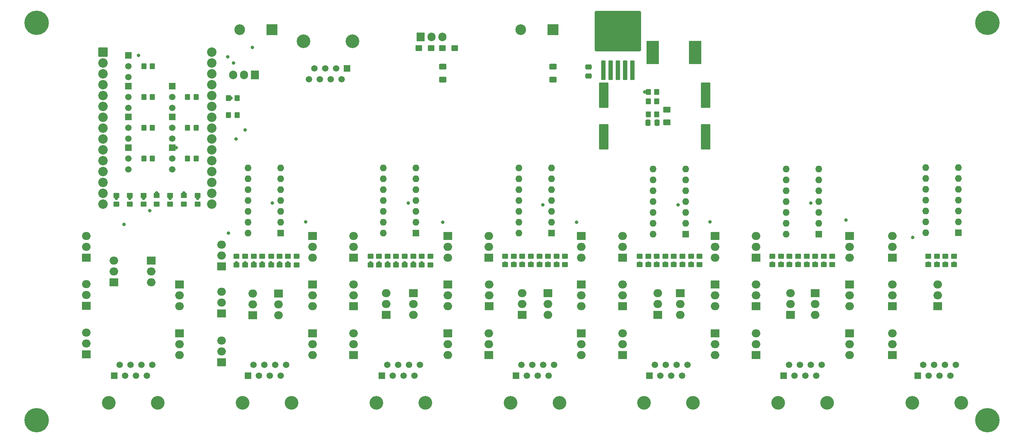
<source format=gts>
G04 #@! TF.GenerationSoftware,KiCad,Pcbnew,8.0.1*
G04 #@! TF.CreationDate,2024-05-23T13:26:50+02:00*
G04 #@! TF.ProjectId,ShrackThingy,53687261-636b-4546-9869-6e67792e6b69,rev?*
G04 #@! TF.SameCoordinates,Original*
G04 #@! TF.FileFunction,Soldermask,Top*
G04 #@! TF.FilePolarity,Negative*
%FSLAX46Y46*%
G04 Gerber Fmt 4.6, Leading zero omitted, Abs format (unit mm)*
G04 Created by KiCad (PCBNEW 8.0.1) date 2024-05-23 13:26:50*
%MOMM*%
%LPD*%
G01*
G04 APERTURE LIST*
G04 Aperture macros list*
%AMRoundRect*
0 Rectangle with rounded corners*
0 $1 Rounding radius*
0 $2 $3 $4 $5 $6 $7 $8 $9 X,Y pos of 4 corners*
0 Add a 4 corners polygon primitive as box body*
4,1,4,$2,$3,$4,$5,$6,$7,$8,$9,$2,$3,0*
0 Add four circle primitives for the rounded corners*
1,1,$1+$1,$2,$3*
1,1,$1+$1,$4,$5*
1,1,$1+$1,$6,$7*
1,1,$1+$1,$8,$9*
0 Add four rect primitives between the rounded corners*
20,1,$1+$1,$2,$3,$4,$5,0*
20,1,$1+$1,$4,$5,$6,$7,0*
20,1,$1+$1,$6,$7,$8,$9,0*
20,1,$1+$1,$8,$9,$2,$3,0*%
G04 Aperture macros list end*
%ADD10RoundRect,0.102000X-1.000000X2.850000X-1.000000X-2.850000X1.000000X-2.850000X1.000000X2.850000X0*%
%ADD11RoundRect,0.102000X1.000000X-2.850000X1.000000X2.850000X-1.000000X2.850000X-1.000000X-2.850000X0*%
%ADD12R,2.000000X1.905000*%
%ADD13O,2.000000X1.905000*%
%ADD14RoundRect,0.250000X0.450000X-0.350000X0.450000X0.350000X-0.450000X0.350000X-0.450000X-0.350000X0*%
%ADD15R,1.500000X1.500000*%
%ADD16C,1.500000*%
%ADD17R,1.600000X1.600000*%
%ADD18O,1.600000X1.600000*%
%ADD19RoundRect,0.250000X-0.475000X0.337500X-0.475000X-0.337500X0.475000X-0.337500X0.475000X0.337500X0*%
%ADD20RoundRect,0.250000X-0.537500X-0.425000X0.537500X-0.425000X0.537500X0.425000X-0.537500X0.425000X0*%
%ADD21C,3.200000*%
%ADD22R,2.500000X2.500000*%
%ADD23C,2.500000*%
%ADD24RoundRect,0.250000X-0.450000X0.350000X-0.450000X-0.350000X0.450000X-0.350000X0.450000X0.350000X0*%
%ADD25RoundRect,0.250000X0.350000X0.450000X-0.350000X0.450000X-0.350000X-0.450000X0.350000X-0.450000X0*%
%ADD26C,5.700000*%
%ADD27RoundRect,0.250000X0.537500X0.425000X-0.537500X0.425000X-0.537500X-0.425000X0.537500X-0.425000X0*%
%ADD28RoundRect,0.250000X-0.350000X-0.450000X0.350000X-0.450000X0.350000X0.450000X-0.350000X0.450000X0*%
%ADD29RoundRect,0.250000X0.337500X0.475000X-0.337500X0.475000X-0.337500X-0.475000X0.337500X-0.475000X0*%
%ADD30RoundRect,0.250000X0.300000X-2.050000X0.300000X2.050000X-0.300000X2.050000X-0.300000X-2.050000X0*%
%ADD31RoundRect,0.250002X5.149998X-4.449998X5.149998X4.449998X-5.149998X4.449998X-5.149998X-4.449998X0*%
%ADD32RoundRect,0.250000X-0.625000X0.400000X-0.625000X-0.400000X0.625000X-0.400000X0.625000X0.400000X0*%
%ADD33R,1.905000X2.000000*%
%ADD34O,1.905000X2.000000*%
%ADD35RoundRect,0.102000X-1.000000X-1.000000X1.000000X-1.000000X1.000000X1.000000X-1.000000X1.000000X0*%
%ADD36C,2.204000*%
%ADD37RoundRect,0.250000X0.625000X-0.400000X0.625000X0.400000X-0.625000X0.400000X-0.625000X-0.400000X0*%
%ADD38RoundRect,0.250001X-0.624999X0.462499X-0.624999X-0.462499X0.624999X-0.462499X0.624999X0.462499X0*%
%ADD39R,2.900000X5.400000*%
%ADD40C,0.800000*%
G04 APERTURE END LIST*
D10*
X291200000Y-148550000D03*
D11*
X291200000Y-158250000D03*
D12*
X358655000Y-186540000D03*
D13*
X358655000Y-184000000D03*
X358655000Y-181460000D03*
D12*
X286000000Y-181460000D03*
D13*
X286000000Y-184000000D03*
X286000000Y-186540000D03*
D12*
X272200000Y-199940000D03*
D13*
X272200000Y-197400000D03*
X272200000Y-194860000D03*
D14*
X272200000Y-188200000D03*
X272200000Y-186200000D03*
D15*
X180240000Y-146460000D03*
D16*
X180240000Y-149000000D03*
X180240000Y-151540000D03*
D14*
X276200000Y-188200000D03*
X276200000Y-186200000D03*
D12*
X232800000Y-186540000D03*
D13*
X232800000Y-184000000D03*
X232800000Y-181460000D03*
D12*
X264455000Y-197940000D03*
D13*
X264455000Y-195400000D03*
X264455000Y-192860000D03*
D17*
X341400000Y-181025000D03*
D18*
X341400000Y-178485000D03*
X341400000Y-175945000D03*
X341400000Y-173405000D03*
X341400000Y-170865000D03*
X341400000Y-168325000D03*
X341400000Y-165785000D03*
X333780000Y-165785000D03*
X333780000Y-168325000D03*
X333780000Y-170865000D03*
X333780000Y-173405000D03*
X333780000Y-175945000D03*
X333780000Y-178485000D03*
X333780000Y-181025000D03*
D14*
X313600000Y-188200000D03*
X313600000Y-186200000D03*
D12*
X317200000Y-181460000D03*
D13*
X317200000Y-184000000D03*
X317200000Y-186540000D03*
D14*
X369000000Y-188200000D03*
X369000000Y-186200000D03*
D17*
X279000000Y-180825000D03*
D18*
X279000000Y-178285000D03*
X279000000Y-175745000D03*
X279000000Y-173205000D03*
X279000000Y-170665000D03*
X279000000Y-168125000D03*
X279000000Y-165585000D03*
X271380000Y-165585000D03*
X271380000Y-168125000D03*
X271380000Y-170665000D03*
X271380000Y-173205000D03*
X271380000Y-175745000D03*
X271380000Y-178285000D03*
X271380000Y-180825000D03*
D12*
X192200000Y-192860000D03*
D13*
X192200000Y-195400000D03*
X192200000Y-197940000D03*
D14*
X240750000Y-188250000D03*
X240750000Y-186250000D03*
D12*
X295600000Y-209340000D03*
D13*
X295600000Y-206800000D03*
X295600000Y-204260000D03*
D19*
X287700000Y-141962500D03*
X287700000Y-144037500D03*
D14*
X342600000Y-188200000D03*
X342600000Y-186200000D03*
D12*
X286000000Y-192860000D03*
D13*
X286000000Y-195400000D03*
X286000000Y-197940000D03*
D14*
X236750000Y-188250000D03*
X236750000Y-186250000D03*
D20*
X253562500Y-137545000D03*
X256437500Y-137545000D03*
D14*
X371000000Y-188200000D03*
X371000000Y-186200000D03*
D12*
X185600000Y-187260000D03*
D13*
X185600000Y-189800000D03*
X185600000Y-192340000D03*
D21*
X363250000Y-220500000D03*
X374680000Y-220500000D03*
D15*
X364520000Y-214150000D03*
D16*
X365790000Y-211610000D03*
X367060000Y-214150000D03*
X368330000Y-211610000D03*
X369600000Y-214150000D03*
X370870000Y-211610000D03*
X372140000Y-214150000D03*
X373410000Y-211610000D03*
D12*
X240400000Y-199940000D03*
D13*
X240400000Y-197400000D03*
X240400000Y-194860000D03*
D22*
X279350000Y-133245000D03*
D23*
X271850000Y-133245000D03*
D24*
X193200000Y-172000000D03*
X193200000Y-174000000D03*
D12*
X232800000Y-197940000D03*
D13*
X232800000Y-195400000D03*
X232800000Y-192860000D03*
D25*
X303600000Y-153000000D03*
X301600000Y-153000000D03*
D17*
X247400000Y-180825000D03*
D18*
X247400000Y-178285000D03*
X247400000Y-175745000D03*
X247400000Y-173205000D03*
X247400000Y-170665000D03*
X247400000Y-168125000D03*
X247400000Y-165585000D03*
X239780000Y-165585000D03*
X239780000Y-168125000D03*
X239780000Y-170665000D03*
X239780000Y-173205000D03*
X239780000Y-175745000D03*
X239780000Y-178285000D03*
X239780000Y-180825000D03*
D14*
X305600000Y-188200000D03*
X305600000Y-186200000D03*
D26*
X380800000Y-224600000D03*
D25*
X185840000Y-163400000D03*
X183840000Y-163400000D03*
D14*
X336600000Y-188200000D03*
X336600000Y-186200000D03*
D12*
X223200000Y-192860000D03*
D13*
X223200000Y-195400000D03*
X223200000Y-197940000D03*
D12*
X223250000Y-181460000D03*
D13*
X223250000Y-184000000D03*
X223250000Y-186540000D03*
D12*
X295600000Y-197940000D03*
D13*
X295600000Y-195400000D03*
X295600000Y-192860000D03*
D14*
X303600000Y-188200000D03*
X303600000Y-186200000D03*
D12*
X278200000Y-194860000D03*
D13*
X278200000Y-197400000D03*
X278200000Y-199940000D03*
D14*
X244750000Y-188250000D03*
X244750000Y-186250000D03*
D26*
X380800000Y-131600000D03*
D15*
X190440000Y-146460000D03*
D16*
X190440000Y-149000000D03*
X190440000Y-151540000D03*
D27*
X250940000Y-137545000D03*
X248065000Y-137545000D03*
D28*
X203600000Y-149200000D03*
X205600000Y-149200000D03*
D12*
X254800000Y-192860000D03*
D13*
X254800000Y-195400000D03*
X254800000Y-197940000D03*
D14*
X309600000Y-188200000D03*
X309600000Y-186200000D03*
D22*
X213750000Y-133245000D03*
D23*
X206250000Y-133245000D03*
D29*
X303637500Y-155000000D03*
X301562500Y-155000000D03*
D14*
X307600000Y-188200000D03*
X307600000Y-186200000D03*
X248750000Y-188250000D03*
X248750000Y-186250000D03*
D24*
X190000000Y-172000000D03*
X190000000Y-174000000D03*
D12*
X317200000Y-192860000D03*
D13*
X317200000Y-195400000D03*
X317200000Y-197940000D03*
D12*
X170400000Y-197800000D03*
D13*
X170400000Y-195260000D03*
X170400000Y-192720000D03*
D14*
X238750000Y-188250000D03*
X238750000Y-186250000D03*
D25*
X303600000Y-147800000D03*
X301600000Y-147800000D03*
D24*
X183800000Y-172000000D03*
X183800000Y-174000000D03*
D12*
X326800000Y-209340000D03*
D13*
X326800000Y-206800000D03*
X326800000Y-204260000D03*
D25*
X196040000Y-149000000D03*
X194040000Y-149000000D03*
D14*
X280200000Y-188200000D03*
X280200000Y-186200000D03*
D15*
X190440000Y-153660000D03*
D16*
X190440000Y-156200000D03*
X190440000Y-158740000D03*
D26*
X158800000Y-224600000D03*
D12*
X358600000Y-197940000D03*
D13*
X358600000Y-195400000D03*
X358600000Y-192860000D03*
D24*
X196400000Y-172000000D03*
X196400000Y-174000000D03*
D17*
X374000000Y-180700000D03*
D18*
X374000000Y-178160000D03*
X374000000Y-175620000D03*
X374000000Y-173080000D03*
X374000000Y-170540000D03*
X374000000Y-168000000D03*
X374000000Y-165460000D03*
X366380000Y-165460000D03*
X366380000Y-168000000D03*
X366380000Y-170540000D03*
X366380000Y-173080000D03*
X366380000Y-175620000D03*
X366380000Y-178160000D03*
X366380000Y-180700000D03*
D14*
X330600000Y-188200000D03*
X330600000Y-186200000D03*
D21*
X269447500Y-220500000D03*
X280877500Y-220500000D03*
D15*
X270717500Y-214150000D03*
D16*
X271987500Y-211610000D03*
X273257500Y-214150000D03*
X274527500Y-211610000D03*
X275797500Y-214150000D03*
X277067500Y-211610000D03*
X278337500Y-214150000D03*
X279607500Y-211610000D03*
D12*
X340600000Y-194860000D03*
D13*
X340600000Y-197400000D03*
X340600000Y-199940000D03*
D12*
X202000000Y-188600000D03*
D13*
X202000000Y-186060000D03*
X202000000Y-183520000D03*
D12*
X176800000Y-192340000D03*
D13*
X176800000Y-189800000D03*
X176800000Y-187260000D03*
D12*
X170400000Y-209200000D03*
D13*
X170400000Y-206660000D03*
X170400000Y-204120000D03*
D12*
X286000000Y-204260000D03*
D13*
X286000000Y-206800000D03*
X286000000Y-209340000D03*
D30*
X291100000Y-142750000D03*
X292800000Y-142750000D03*
X294500000Y-142750000D03*
X296200000Y-142750000D03*
X297900000Y-142750000D03*
D31*
X294500000Y-133600000D03*
D25*
X185840000Y-149000000D03*
X183840000Y-149000000D03*
D14*
X270200000Y-188200000D03*
X270200000Y-186200000D03*
D15*
X180240000Y-139260000D03*
D16*
X180240000Y-141800000D03*
X180240000Y-144340000D03*
D12*
X192145000Y-204260000D03*
D13*
X192145000Y-206800000D03*
X192145000Y-209340000D03*
D12*
X264400000Y-209340000D03*
D13*
X264400000Y-206800000D03*
X264400000Y-204260000D03*
D12*
X232800000Y-209340000D03*
D13*
X232800000Y-206800000D03*
X232800000Y-204260000D03*
D14*
X219500000Y-188250000D03*
X219500000Y-186250000D03*
D17*
X310400000Y-181025000D03*
D18*
X310400000Y-178485000D03*
X310400000Y-175945000D03*
X310400000Y-173405000D03*
X310400000Y-170865000D03*
X310400000Y-168325000D03*
X310400000Y-165785000D03*
X302780000Y-165785000D03*
X302780000Y-168325000D03*
X302780000Y-170865000D03*
X302780000Y-173405000D03*
X302780000Y-175945000D03*
X302780000Y-178485000D03*
X302780000Y-181025000D03*
D21*
X206895000Y-220500000D03*
X218325000Y-220500000D03*
D15*
X208165000Y-214150000D03*
D16*
X209435000Y-211610000D03*
X210705000Y-214150000D03*
X211975000Y-211610000D03*
X213245000Y-214150000D03*
X214515000Y-211610000D03*
X215785000Y-214150000D03*
X217055000Y-211610000D03*
D32*
X279400000Y-141850000D03*
X279400000Y-144950000D03*
D14*
X367000000Y-188200000D03*
X367000000Y-186200000D03*
D25*
X196040000Y-156200000D03*
X194040000Y-156200000D03*
D12*
X264400000Y-186540000D03*
D13*
X264400000Y-184000000D03*
X264400000Y-181460000D03*
D14*
X217500000Y-188250000D03*
X217500000Y-186250000D03*
D26*
X158800000Y-131600000D03*
D14*
X311600000Y-188200000D03*
X311600000Y-186200000D03*
D12*
X170400000Y-186600000D03*
D13*
X170400000Y-184060000D03*
X170400000Y-181520000D03*
D21*
X300645000Y-220500000D03*
X312075000Y-220500000D03*
D15*
X301915000Y-214150000D03*
D16*
X303185000Y-211610000D03*
X304455000Y-214150000D03*
X305725000Y-211610000D03*
X306995000Y-214150000D03*
X308265000Y-211610000D03*
X309535000Y-214150000D03*
X310805000Y-211610000D03*
D17*
X215800000Y-180800000D03*
D18*
X215800000Y-178260000D03*
X215800000Y-175720000D03*
X215800000Y-173180000D03*
X215800000Y-170640000D03*
X215800000Y-168100000D03*
X215800000Y-165560000D03*
X208180000Y-165560000D03*
X208180000Y-168100000D03*
X208180000Y-170640000D03*
X208180000Y-173180000D03*
X208180000Y-175720000D03*
X208180000Y-178260000D03*
X208180000Y-180800000D03*
D12*
X348600000Y-192860000D03*
D13*
X348600000Y-195400000D03*
X348600000Y-197940000D03*
D14*
X299600000Y-188200000D03*
X299600000Y-186200000D03*
D12*
X317200000Y-204260000D03*
D13*
X317200000Y-206800000D03*
X317200000Y-209340000D03*
D33*
X209740000Y-143800000D03*
D34*
X207200000Y-143800000D03*
X204660000Y-143800000D03*
D35*
X174320000Y-138460000D03*
D36*
X174320000Y-141000000D03*
X174320000Y-143540000D03*
X174320000Y-146080000D03*
X174320000Y-148620000D03*
X174320000Y-151160000D03*
X174320000Y-153700000D03*
X174320000Y-156240000D03*
X174320000Y-158780000D03*
X174320000Y-161320000D03*
X174320000Y-163860000D03*
X174320000Y-166400000D03*
X174320000Y-168940000D03*
X174320000Y-171480000D03*
X174320000Y-174020000D03*
X199720000Y-174020000D03*
X199720000Y-171480000D03*
X199720000Y-168940000D03*
X199720000Y-166400000D03*
X199720000Y-163860000D03*
X199720000Y-161320000D03*
X199720000Y-158780000D03*
X199720000Y-156240000D03*
X199720000Y-153700000D03*
X199720000Y-151160000D03*
X199720000Y-148620000D03*
X199720000Y-146080000D03*
X199720000Y-143540000D03*
X199720000Y-141000000D03*
X199720000Y-138460000D03*
D15*
X180240000Y-160860000D03*
D16*
X180240000Y-163400000D03*
X180240000Y-165940000D03*
D12*
X246800000Y-194860000D03*
D13*
X246800000Y-197400000D03*
X246800000Y-199940000D03*
D12*
X326745000Y-186540000D03*
D13*
X326745000Y-184000000D03*
X326745000Y-181460000D03*
D12*
X334800000Y-199940000D03*
D13*
X334800000Y-197400000D03*
X334800000Y-194860000D03*
D15*
X180240000Y-153660000D03*
D16*
X180240000Y-156200000D03*
X180240000Y-158740000D03*
D12*
X223200000Y-204260000D03*
D13*
X223200000Y-206800000D03*
X223200000Y-209340000D03*
D21*
X232552500Y-135950000D03*
X221122500Y-135950000D03*
D15*
X231282500Y-142300000D03*
D16*
X230012500Y-144840000D03*
X228742500Y-142300000D03*
X227472500Y-144840000D03*
X226202500Y-142300000D03*
X224932500Y-144840000D03*
X223662500Y-142300000D03*
X222392500Y-144840000D03*
D12*
X358655000Y-209340000D03*
D13*
X358655000Y-206800000D03*
X358655000Y-204260000D03*
D21*
X175645000Y-220500000D03*
X187075000Y-220500000D03*
D15*
X176915000Y-214150000D03*
D16*
X178185000Y-211610000D03*
X179455000Y-214150000D03*
X180725000Y-211610000D03*
X181995000Y-214150000D03*
X183265000Y-211610000D03*
X184535000Y-214150000D03*
X185805000Y-211610000D03*
D14*
X209500000Y-188250000D03*
X209500000Y-186250000D03*
X334600000Y-188200000D03*
X334600000Y-186200000D03*
X373000000Y-188200000D03*
X373000000Y-186200000D03*
X207500000Y-188250000D03*
X207500000Y-186250000D03*
X246750000Y-188250000D03*
X246750000Y-186250000D03*
D24*
X186800000Y-172000000D03*
X186800000Y-174000000D03*
D25*
X185840000Y-141800000D03*
X183840000Y-141800000D03*
X196040000Y-163400000D03*
X194040000Y-163400000D03*
D33*
X248460000Y-134945000D03*
D34*
X251000000Y-134945000D03*
X253540000Y-134945000D03*
D14*
X250750000Y-188250000D03*
X250750000Y-186250000D03*
D12*
X309055000Y-194860000D03*
D13*
X309055000Y-197400000D03*
X309055000Y-199940000D03*
D21*
X331947500Y-220500000D03*
X343377500Y-220500000D03*
D15*
X333217500Y-214150000D03*
D16*
X334487500Y-211610000D03*
X335757500Y-214150000D03*
X337027500Y-211610000D03*
X338297500Y-214150000D03*
X339567500Y-211610000D03*
X340837500Y-214150000D03*
X342107500Y-211610000D03*
D14*
X242750000Y-188250000D03*
X242750000Y-186250000D03*
D37*
X253600000Y-144950000D03*
X253600000Y-141850000D03*
D14*
X215550000Y-188250000D03*
X215550000Y-186250000D03*
X268200000Y-188200000D03*
X268200000Y-186200000D03*
D12*
X209250000Y-200040000D03*
D13*
X209250000Y-197500000D03*
X209250000Y-194960000D03*
D12*
X348600000Y-204260000D03*
D13*
X348600000Y-206800000D03*
X348600000Y-209340000D03*
D12*
X254800000Y-204260000D03*
D13*
X254800000Y-206800000D03*
X254800000Y-209340000D03*
D14*
X211500000Y-188250000D03*
X211500000Y-186250000D03*
X344600000Y-188200000D03*
X344600000Y-186200000D03*
D15*
X190440000Y-160860000D03*
D16*
X190440000Y-163400000D03*
X190440000Y-165940000D03*
D14*
X338600000Y-188200000D03*
X338600000Y-186200000D03*
D21*
X238145000Y-220500000D03*
X249575000Y-220500000D03*
D15*
X239415000Y-214150000D03*
D16*
X240685000Y-211610000D03*
X241955000Y-214150000D03*
X243225000Y-211610000D03*
X244495000Y-214150000D03*
X245765000Y-211610000D03*
X247035000Y-214150000D03*
X248305000Y-211610000D03*
D25*
X185840000Y-156200000D03*
X183840000Y-156200000D03*
D28*
X301600000Y-150000000D03*
X303600000Y-150000000D03*
D14*
X213550000Y-188250000D03*
X213550000Y-186250000D03*
D24*
X177400000Y-172000000D03*
X177400000Y-174000000D03*
D12*
X202000000Y-199600000D03*
D13*
X202000000Y-197060000D03*
X202000000Y-194520000D03*
D14*
X301600000Y-188200000D03*
X301600000Y-186200000D03*
X205500000Y-188250000D03*
X205500000Y-186250000D03*
X332600000Y-188200000D03*
X332600000Y-186200000D03*
X278200000Y-188200000D03*
X278200000Y-186200000D03*
D12*
X254800000Y-181460000D03*
D13*
X254800000Y-184000000D03*
X254800000Y-186540000D03*
D10*
X315000000Y-148550000D03*
D11*
X315000000Y-158250000D03*
D12*
X369200000Y-197940000D03*
D13*
X369200000Y-195400000D03*
X369200000Y-192860000D03*
D14*
X274200000Y-188200000D03*
X274200000Y-186200000D03*
D12*
X326800000Y-197940000D03*
D13*
X326800000Y-195400000D03*
X326800000Y-192860000D03*
D12*
X348600000Y-181460000D03*
D13*
X348600000Y-184000000D03*
X348600000Y-186540000D03*
D14*
X340600000Y-188200000D03*
X340600000Y-186200000D03*
D12*
X202000000Y-211000000D03*
D13*
X202000000Y-208460000D03*
X202000000Y-205920000D03*
D38*
X306000000Y-151912500D03*
X306000000Y-154887500D03*
D39*
X302650000Y-138600000D03*
X312550000Y-138600000D03*
D12*
X295600000Y-186540000D03*
D13*
X295600000Y-184000000D03*
X295600000Y-181460000D03*
D12*
X215305000Y-194960000D03*
D13*
X215305000Y-197500000D03*
X215305000Y-200040000D03*
D24*
X180600000Y-172000000D03*
X180600000Y-174000000D03*
D12*
X303800000Y-199940000D03*
D13*
X303800000Y-197400000D03*
X303800000Y-194860000D03*
D25*
X205600000Y-153200000D03*
X203600000Y-153200000D03*
D14*
X282200000Y-188200000D03*
X282200000Y-186200000D03*
D40*
X182600000Y-139200000D03*
X203600000Y-180800000D03*
X204200000Y-149200000D03*
X177400000Y-172700000D03*
X180600000Y-172700000D03*
X183800061Y-172700000D03*
X179200000Y-178800000D03*
X186800000Y-171400000D03*
X185200000Y-175600000D03*
X190000000Y-172700000D03*
X193200000Y-171400000D03*
X191400000Y-160860000D03*
X196400000Y-172700000D03*
X207500000Y-187750000D03*
X217500000Y-187750000D03*
X245575000Y-173825954D03*
X246750000Y-187750000D03*
X272200000Y-187800000D03*
X301600000Y-187800000D03*
X311600000Y-187800000D03*
X340600000Y-187800000D03*
X339600000Y-173800000D03*
X371000000Y-187800000D03*
X373000000Y-187800000D03*
X205500000Y-187750000D03*
X244750000Y-187750000D03*
X274200000Y-187800000D03*
X299600000Y-187800000D03*
X338600000Y-187800000D03*
X209500000Y-187750000D03*
X238750000Y-187750000D03*
X248750000Y-187750000D03*
X278200000Y-187800000D03*
X277000000Y-174200000D03*
X303600000Y-187800000D03*
X332600000Y-187800000D03*
X342600000Y-187800000D03*
X209200000Y-137400000D03*
X211500000Y-187750000D03*
X236750000Y-187750000D03*
X276200000Y-187800000D03*
X305600000Y-187800000D03*
X330600000Y-187800000D03*
X215500000Y-187750000D03*
X213803364Y-173803364D03*
X240750000Y-187750000D03*
X270200000Y-187800000D03*
X280200000Y-187800000D03*
X309600000Y-187800000D03*
X308600000Y-174200000D03*
X334600000Y-187800000D03*
X369000000Y-187800000D03*
X213500000Y-187750000D03*
X242750000Y-187750000D03*
X268200000Y-187800000D03*
X307600000Y-187800000D03*
X336600000Y-187800000D03*
X367000000Y-187800000D03*
X221600000Y-178200000D03*
X300800000Y-147800000D03*
X296200000Y-144000000D03*
X205400000Y-158800000D03*
X204800000Y-141000000D03*
X203400000Y-139600000D03*
X207516636Y-156716636D03*
X253600000Y-178285000D03*
X284915000Y-178285000D03*
X316000000Y-178200000D03*
X347800000Y-177800000D03*
X363400000Y-181800000D03*
M02*

</source>
